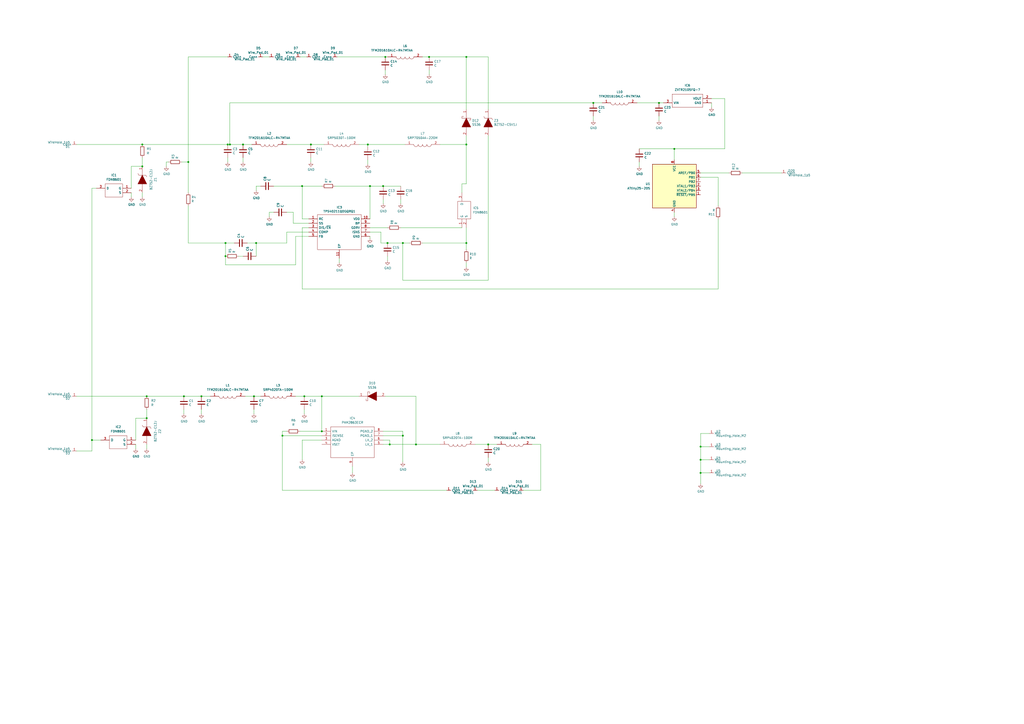
<source format=kicad_sch>
(kicad_sch (version 20211123) (generator eeschema)
  (paper "A2")
  (junction (at 140.97 83.82))
  (junction (at 283.21 257.81))
  (junction (at 241.3 257.81))
  (junction (at 344.17 59.69))
  (junction (at 406.4 274.32))
  (junction (at 148.59 140.97))
  (junction (at 186.69 229.87))
  (junction (at 85.09 229.87))
  (junction (at 214.63 107.95))
  (junction (at 224.79 140.97))
  (junction (at 226.06 257.81))
  (junction (at 176.53 229.87))
  (junction (at 270.51 140.97))
  (junction (at 116.84 229.87))
  (junction (at 186.69 250.19))
  (junction (at 180.34 83.82))
  (junction (at 270.51 33.02))
  (junction (at 406.4 266.7))
  (junction (at 213.36 83.82))
  (junction (at 222.25 107.95))
  (junction (at 133.35 83.82))
  (junction (at 233.68 140.97))
  (junction (at 106.68 229.87))
  (junction (at 248.92 33.02))
  (junction (at 130.81 140.97))
  (junction (at 147.32 229.87))
  (junction (at 82.55 83.82))
  (junction (at 85.09 242.57))
  (junction (at 130.81 148.59))
  (junction (at 132.08 83.82))
  (junction (at 109.22 93.98))
  (junction (at 382.27 59.69))
  (junction (at 223.52 33.02))
  (junction (at 53.34 255.27))
  (junction (at 82.55 96.52))
  (junction (at 233.68 252.73))
  (junction (at 391.16 86.36))
  (junction (at 163.83 252.73))
  (junction (at 175.26 107.95))
  (junction (at 406.4 259.08))
  (junction (at 270.51 83.82))
  (wire (pts (xy 130.81 148.59) (xy 130.81 153.67)))
  (wire (pts (xy 406.4 102.87) (xy 416.56 102.87)))
  (wire (pts (xy 270.51 140.97) (xy 270.51 144.78)))
  (wire (pts (xy 158.75 123.19) (xy 156.21 123.19)))
  (wire (pts (xy 147.32 229.87) (xy 151.13 229.87)))
  (wire (pts (xy 204.47 270.51) (xy 204.47 274.32)))
  (wire (pts (xy 85.09 257.81) (xy 85.09 260.35)))
  (wire (pts (xy 226.06 255.27) (xy 226.06 257.81)))
  (wire (pts (xy 116.84 237.49) (xy 116.84 240.03)))
  (wire (pts (xy 85.09 229.87) (xy 106.68 229.87)))
  (wire (pts (xy 180.34 83.82) (xy 187.96 83.82)))
  (wire (pts (xy 82.55 91.44) (xy 82.55 96.52)))
  (wire (pts (xy 406.4 259.08) (xy 411.48 259.08)))
  (wire (pts (xy 241.3 257.81) (xy 226.06 257.81)))
  (wire (pts (xy 44.45 229.87) (xy 85.09 229.87)))
  (wire (pts (xy 196.85 149.86) (xy 196.85 152.4)))
  (wire (pts (xy 220.98 140.97) (xy 224.79 140.97)))
  (wire (pts (xy 233.68 252.73) (xy 233.68 267.97)))
  (wire (pts (xy 233.68 140.97) (xy 233.68 162.56)))
  (wire (pts (xy 270.51 132.08) (xy 270.51 140.97)))
  (wire (pts (xy 224.79 148.59) (xy 224.79 151.13)))
  (wire (pts (xy 44.45 261.62) (xy 53.34 261.62)))
  (wire (pts (xy 170.18 123.19) (xy 170.18 129.54)))
  (wire (pts (xy 140.97 83.82) (xy 146.05 83.82)))
  (wire (pts (xy 270.51 33.02) (xy 270.51 63.5)))
  (wire (pts (xy 406.4 251.46) (xy 411.48 251.46)))
  (wire (pts (xy 391.16 86.36) (xy 391.16 92.71)))
  (wire (pts (xy 158.75 107.95) (xy 175.26 107.95)))
  (wire (pts (xy 82.55 111.76) (xy 82.55 114.3)))
  (wire (pts (xy 132.08 91.44) (xy 132.08 93.98)))
  (wire (pts (xy 255.27 257.81) (xy 241.3 257.81)))
  (wire (pts (xy 76.2 96.52) (xy 82.55 96.52)))
  (wire (pts (xy 406.4 266.7) (xy 411.48 266.7)))
  (wire (pts (xy 245.11 33.02) (xy 248.92 33.02)))
  (wire (pts (xy 303.53 284.48) (xy 313.69 284.48)))
  (wire (pts (xy 109.22 119.38) (xy 109.22 140.97)))
  (wire (pts (xy 416.56 167.64) (xy 175.26 167.64)))
  (wire (pts (xy 412.75 57.15) (xy 420.37 57.15)))
  (wire (pts (xy 180.34 91.44) (xy 180.34 93.98)))
  (wire (pts (xy 76.2 111.76) (xy 76.2 114.3)))
  (wire (pts (xy 233.68 250.19) (xy 233.68 252.73)))
  (wire (pts (xy 267.97 106.68) (xy 267.97 111.76)))
  (wire (pts (xy 170.18 129.54) (xy 179.07 129.54)))
  (wire (pts (xy 173.99 250.19) (xy 186.69 250.19)))
  (wire (pts (xy 175.26 127) (xy 179.07 127)))
  (wire (pts (xy 270.51 106.68) (xy 267.97 106.68)))
  (wire (pts (xy 370.84 93.98) (xy 370.84 96.52)))
  (wire (pts (xy 186.69 107.95) (xy 175.26 107.95)))
  (wire (pts (xy 313.69 257.81) (xy 308.61 257.81)))
  (wire (pts (xy 412.75 59.69) (xy 412.75 62.23)))
  (wire (pts (xy 430.53 100.33) (xy 453.39 100.33)))
  (wire (pts (xy 166.37 250.19) (xy 163.83 250.19)))
  (wire (pts (xy 226.06 257.81) (xy 222.25 257.81)))
  (wire (pts (xy 53.34 255.27) (xy 58.42 255.27)))
  (wire (pts (xy 406.4 259.08) (xy 406.4 266.7)))
  (wire (pts (xy 420.37 86.36) (xy 391.16 86.36)))
  (wire (pts (xy 406.4 274.32) (xy 411.48 274.32)))
  (wire (pts (xy 133.35 83.82) (xy 140.97 83.82)))
  (wire (pts (xy 175.26 132.08) (xy 179.07 132.08)))
  (wire (pts (xy 222.25 250.19) (xy 233.68 250.19)))
  (wire (pts (xy 406.4 100.33) (xy 422.91 100.33)))
  (wire (pts (xy 406.4 266.7) (xy 406.4 274.32)))
  (wire (pts (xy 106.68 229.87) (xy 116.84 229.87)))
  (wire (pts (xy 76.2 109.22) (xy 76.2 96.52)))
  (wire (pts (xy 406.4 274.32) (xy 406.4 280.67)))
  (wire (pts (xy 175.26 167.64) (xy 175.26 132.08)))
  (wire (pts (xy 130.81 140.97) (xy 130.81 148.59)))
  (wire (pts (xy 166.37 140.97) (xy 148.59 140.97)))
  (wire (pts (xy 109.22 33.02) (xy 109.22 93.98)))
  (wire (pts (xy 179.07 134.62) (xy 166.37 134.62)))
  (wire (pts (xy 105.41 93.98) (xy 109.22 93.98)))
  (wire (pts (xy 283.21 33.02) (xy 270.51 33.02)))
  (wire (pts (xy 140.97 91.44) (xy 140.97 93.98)))
  (wire (pts (xy 237.49 140.97) (xy 233.68 140.97)))
  (wire (pts (xy 166.37 123.19) (xy 170.18 123.19)))
  (wire (pts (xy 82.55 83.82) (xy 132.08 83.82)))
  (wire (pts (xy 44.45 83.82) (xy 82.55 83.82)))
  (wire (pts (xy 214.63 132.08) (xy 224.79 132.08)))
  (wire (pts (xy 275.59 257.81) (xy 283.21 257.81)))
  (wire (pts (xy 283.21 33.02) (xy 283.21 63.5)))
  (wire (pts (xy 382.27 67.31) (xy 382.27 69.85)))
  (wire (pts (xy 220.98 134.62) (xy 220.98 140.97)))
  (wire (pts (xy 166.37 83.82) (xy 180.34 83.82)))
  (wire (pts (xy 195.58 33.02) (xy 223.52 33.02)))
  (wire (pts (xy 53.34 255.27) (xy 53.34 109.22)))
  (wire (pts (xy 313.69 284.48) (xy 313.69 257.81)))
  (wire (pts (xy 344.17 67.31) (xy 344.17 69.85)))
  (wire (pts (xy 420.37 57.15) (xy 420.37 86.36)))
  (wire (pts (xy 391.16 86.36) (xy 370.84 86.36)))
  (wire (pts (xy 406.4 251.46) (xy 406.4 259.08)))
  (wire (pts (xy 132.08 33.02) (xy 109.22 33.02)))
  (wire (pts (xy 270.51 152.4) (xy 270.51 154.94)))
  (wire (pts (xy 194.31 107.95) (xy 214.63 107.95)))
  (wire (pts (xy 416.56 102.87) (xy 416.56 119.38)))
  (wire (pts (xy 232.41 107.95) (xy 222.25 107.95)))
  (wire (pts (xy 176.53 229.87) (xy 186.69 229.87)))
  (wire (pts (xy 283.21 257.81) (xy 288.29 257.81)))
  (wire (pts (xy 78.74 255.27) (xy 78.74 242.57)))
  (wire (pts (xy 132.08 83.82) (xy 133.35 83.82)))
  (wire (pts (xy 151.13 107.95) (xy 148.59 107.95)))
  (wire (pts (xy 214.63 137.16) (xy 214.63 138.43)))
  (wire (pts (xy 171.45 229.87) (xy 176.53 229.87)))
  (wire (pts (xy 391.16 123.19) (xy 391.16 125.73)))
  (wire (pts (xy 171.45 153.67) (xy 171.45 137.16)))
  (wire (pts (xy 140.97 148.59) (xy 138.43 148.59)))
  (wire (pts (xy 176.53 237.49) (xy 176.53 240.03)))
  (wire (pts (xy 245.11 140.97) (xy 270.51 140.97)))
  (wire (pts (xy 163.83 250.19) (xy 163.83 252.73)))
  (wire (pts (xy 148.59 148.59) (xy 148.59 140.97)))
  (wire (pts (xy 222.25 115.57) (xy 222.25 118.11)))
  (wire (pts (xy 382.27 59.69) (xy 384.81 59.69)))
  (wire (pts (xy 241.3 229.87) (xy 241.3 257.81)))
  (wire (pts (xy 214.63 134.62) (xy 220.98 134.62)))
  (wire (pts (xy 270.51 83.82) (xy 270.51 106.68)))
  (wire (pts (xy 175.26 255.27) (xy 175.26 266.7)))
  (wire (pts (xy 109.22 140.97) (xy 130.81 140.97)))
  (wire (pts (xy 248.92 33.02) (xy 270.51 33.02)))
  (wire (pts (xy 166.37 134.62) (xy 166.37 140.97)))
  (wire (pts (xy 175.26 107.95) (xy 175.26 127)))
  (wire (pts (xy 213.36 83.82) (xy 208.28 83.82)))
  (wire (pts (xy 148.59 107.95) (xy 148.59 110.49)))
  (wire (pts (xy 96.52 93.98) (xy 96.52 96.52)))
  (wire (pts (xy 171.45 137.16) (xy 179.07 137.16)))
  (wire (pts (xy 156.21 123.19) (xy 156.21 125.73)))
  (wire (pts (xy 148.59 140.97) (xy 143.51 140.97)))
  (wire (pts (xy 163.83 284.48) (xy 163.83 252.73)))
  (wire (pts (xy 222.25 252.73) (xy 233.68 252.73)))
  (wire (pts (xy 232.41 115.57) (xy 232.41 118.11)))
  (wire (pts (xy 133.35 59.69) (xy 344.17 59.69)))
  (wire (pts (xy 213.36 83.82) (xy 213.36 85.09)))
  (wire (pts (xy 174.1262 33.02) (xy 177.9362 33.02)))
  (wire (pts (xy 416.56 127) (xy 416.56 167.64)))
  (wire (pts (xy 116.84 229.87) (xy 121.92 229.87)))
  (wire (pts (xy 213.36 92.71) (xy 213.36 95.25)))
  (wire (pts (xy 223.52 40.64) (xy 223.52 43.18)))
  (wire (pts (xy 276.86 284.48) (xy 287.02 284.48)))
  (wire (pts (xy 186.69 250.19) (xy 186.69 229.87)))
  (wire (pts (xy 232.41 132.08) (xy 267.97 132.08)))
  (wire (pts (xy 53.34 261.62) (xy 53.34 255.27)))
  (wire (pts (xy 234.95 83.82) (xy 213.36 83.82)))
  (wire (pts (xy 78.74 257.81) (xy 78.74 260.35)))
  (wire (pts (xy 142.24 229.87) (xy 147.32 229.87)))
  (wire (pts (xy 97.79 93.98) (xy 96.52 93.98)))
  (wire (pts (xy 152.4 33.02) (xy 156.21 33.02)))
  (wire (pts (xy 53.34 109.22) (xy 55.88 109.22)))
  (wire (pts (xy 344.17 59.69) (xy 349.25 59.69)))
  (wire (pts (xy 233.68 162.56) (xy 283.21 162.56)))
  (wire (pts (xy 248.92 40.64) (xy 248.92 43.18)))
  (wire (pts (xy 283.21 265.43) (xy 283.21 267.97)))
  (wire (pts (xy 223.52 33.02) (xy 224.79 33.02)))
  (wire (pts (xy 223.52 229.87) (xy 241.3 229.87)))
  (wire (pts (xy 147.32 237.49) (xy 147.32 240.03)))
  (wire (pts (xy 78.74 242.57) (xy 85.09 242.57)))
  (wire (pts (xy 133.35 59.69) (xy 133.35 83.82)))
  (wire (pts (xy 283.21 162.56) (xy 283.21 78.74)))
  (wire (pts (xy 233.68 140.97) (xy 224.79 140.97)))
  (wire (pts (xy 109.22 93.98) (xy 109.22 111.76)))
  (wire (pts (xy 175.26 255.27) (xy 186.69 255.27)))
  (wire (pts (xy 259.08 284.48) (xy 163.83 284.48)))
  (wire (pts (xy 255.27 83.82) (xy 270.51 83.82)))
  (wire (pts (xy 130.81 153.67) (xy 171.45 153.67)))
  (wire (pts (xy 135.89 140.97) (xy 130.81 140.97)))
  (wire (pts (xy 163.83 252.73) (xy 186.69 252.73)))
  (wire (pts (xy 222.25 255.27) (xy 226.06 255.27)))
  (wire (pts (xy 106.68 237.49) (xy 106.68 240.03)))
  (wire (pts (xy 85.09 237.49) (xy 85.09 242.57)))
  (wire (pts (xy 214.63 127) (xy 214.63 107.95)))
  (wire (pts (xy 186.69 229.87) (xy 208.28 229.87)))
  (wire (pts (xy 369.57 59.69) (xy 382.27 59.69)))
  (wire (pts (xy 270.51 83.82) (xy 270.51 78.74)))
  (wire (pts (xy 214.63 107.95) (xy 222.25 107.95)))
  (symbol (lib_id "Main_PCB_001-rescue:TPS40211QDGQRQ1-TPS40211QDGQRQ1") (at 179.07 127 0) (unit 1)
    (property "Reference" "IC3" (at 196.85 120.269 0))
    (property "Value" "TPS40211QDGQRQ1" (at 196.85 122.5804 0))
    (property "Footprint" "libraries:SOP50P490X110-11N" (effects hide))
    (property "Datasheet" "http://www.ti.com/lit/gpn/tps40211-q1" (effects hide))
    (property "Description" "4.5V to 52V Wide Input range current mode boost controller with 260 mV reference voltage" (effects hide))
    (property "Height" "1.1" (effects hide))
    (property "Manufacturer_Name" "Texas Instruments" (effects hide))
    (property "Manufacturer_Part_Number" "TPS40211QDGQRQ1" (effects hide))
    (property "Mouser Part Number" "595-TPS40211QDGQRQ1" (effects hide))
    (property "Mouser Price/Stock" "https://www.mouser.co.uk/ProductDetail/Texas-Instruments/TPS40211QDGQRQ1?qs=XGzIaZb%2FFYKjJ5OLwHPUhQ%3D%3D" (effects hide))
    (property "Arrow Part Number" "TPS40211QDGQRQ1" (effects hide))
    (property "Arrow Price/Stock" "https://www.arrow.com/en/products/tps40211qdgqrq1/texas-instruments?region=nac" (effects hide))
  )
  (symbol (lib_id "Device:R") (at 109.22 115.57 0) (unit 1)
    (property "Reference" "R4" (at 110.998 114.4016 0) (effects (justify left)))
    (property "Value" "R" (at 110.998 116.713 0) (effects (justify left)))
    (property "Footprint" "Resistor_SMD:R_0603_1608Metric_Pad0.98x0.95mm_HandSolder" (effects hide))
  )
  (symbol (lib_id "Device:R") (at 101.6 93.98 90) (unit 1)
    (property "Reference" "R3" (at 100.4316 92.202 0) (effects (justify left)))
    (property "Value" "R" (at 102.743 92.202 0) (effects (justify left)))
    (property "Footprint" "Resistor_SMD:R_1206_3216Metric_Pad1.30x1.75mm_HandSolder" (effects hide))
  )
  (symbol (lib_id "Device:R") (at 228.6 132.08 90) (unit 1)
    (property "Reference" "R8" (at 227.4316 130.302 0) (effects (justify left)))
    (property "Value" "R" (at 229.743 130.302 0) (effects (justify left)))
    (property "Footprint" "Resistor_SMD:R_0603_1608Metric_Pad0.98x0.95mm_HandSolder" (effects hide))
  )
  (symbol (lib_id "Device:R") (at 241.3 140.97 90) (unit 1)
    (property "Reference" "R9" (at 240.1316 139.192 0) (effects (justify left)))
    (property "Value" "R" (at 242.443 139.192 0) (effects (justify left)))
    (property "Footprint" "Resistor_SMD:R_0603_1608Metric_Pad0.98x0.95mm_HandSolder" (effects hide))
  )
  (symbol (lib_id "Device:R") (at 190.5 107.95 90) (unit 1)
    (property "Reference" "R7" (at 189.3316 106.172 0) (effects (justify left)))
    (property "Value" "R" (at 191.643 106.172 0) (effects (justify left)))
    (property "Footprint" "Resistor_SMD:R_0603_1608Metric_Pad0.98x0.95mm_HandSolder" (effects hide))
  )
  (symbol (lib_id "Device:R") (at 270.51 148.59 0) (unit 1)
    (property "Reference" "R10" (at 272.288 147.4216 0) (effects (justify left)))
    (property "Value" "R" (at 272.288 149.733 0) (effects (justify left)))
    (property "Footprint" "Resistor_SMD:R_0603_1608Metric_Pad0.98x0.95mm_HandSolder" (effects hide))
  )
  (symbol (lib_id "Device:C") (at 144.78 148.59 90) (unit 1)
    (property "Reference" "C6" (at 143.6116 145.669 0) (effects (justify left)))
    (property "Value" "C" (at 145.923 145.669 0) (effects (justify left)))
    (property "Footprint" "Capacitor_SMD:C_0603_1608Metric_Pad1.08x0.95mm_HandSolder" (effects hide))
  )
  (symbol (lib_id "Device:R") (at 134.62 148.59 90) (unit 1)
    (property "Reference" "R5" (at 133.4516 146.812 0) (effects (justify left)))
    (property "Value" "R" (at 135.763 146.812 0) (effects (justify left)))
    (property "Footprint" "Resistor_SMD:R_0603_1608Metric_Pad0.98x0.95mm_HandSolder" (effects hide))
  )
  (symbol (lib_id "Device:C") (at 154.94 107.95 90) (unit 1)
    (property "Reference" "C8" (at 153.7716 105.029 0) (effects (justify left)))
    (property "Value" "C" (at 156.083 105.029 0) (effects (justify left)))
    (property "Footprint" "Capacitor_SMD:C_0603_1608Metric_Pad1.08x0.95mm_HandSolder" (effects hide))
  )
  (symbol (lib_id "Device:C") (at 222.25 111.76 0) (unit 1)
    (property "Reference" "C13" (at 225.171 110.5916 0) (effects (justify left)))
    (property "Value" "C" (at 225.171 112.903 0) (effects (justify left)))
    (property "Footprint" "Capacitor_SMD:C_0805_2012Metric_Pad1.18x1.45mm_HandSolder" (effects hide))
  )
  (symbol (lib_id "Device:C") (at 232.41 111.76 0) (unit 1)
    (property "Reference" "C16" (at 235.331 110.5916 0) (effects (justify left)))
    (property "Value" "C" (at 235.331 112.903 0) (effects (justify left)))
    (property "Footprint" "Capacitor_SMD:C_0603_1608Metric_Pad1.08x0.95mm_HandSolder" (effects hide))
  )
  (symbol (lib_id "Device:C") (at 139.7 140.97 90) (unit 1)
    (property "Reference" "C4" (at 138.5316 138.049 0) (effects (justify left)))
    (property "Value" "C" (at 140.843 138.049 0) (effects (justify left)))
    (property "Footprint" "Capacitor_SMD:C_0603_1608Metric_Pad1.08x0.95mm_HandSolder" (effects hide))
  )
  (symbol (lib_id "Device:C") (at 162.56 123.19 90) (unit 1)
    (property "Reference" "C9" (at 161.3916 120.269 0) (effects (justify left)))
    (property "Value" "C" (at 163.703 120.269 0) (effects (justify left)))
    (property "Footprint" "Capacitor_SMD:C_0603_1608Metric_Pad1.08x0.95mm_HandSolder" (effects hide))
  )
  (symbol (lib_id "Device:C") (at 224.79 144.78 0) (unit 1)
    (property "Reference" "C15" (at 227.711 143.6116 0) (effects (justify left)))
    (property "Value" "C" (at 227.711 145.923 0) (effects (justify left)))
    (property "Footprint" "Capacitor_SMD:C_0603_1608Metric_Pad1.08x0.95mm_HandSolder" (effects hide))
  )
  (symbol (lib_id "power:GND") (at 232.41 118.11 0) (unit 1)
    (property "Reference" "#PWR023" (effects hide))
    (property "Value" "GND" (at 232.537 122.5042 0))
  )
  (symbol (lib_id "power:GND") (at 222.25 118.11 0) (unit 1)
    (property "Reference" "#PWR020" (effects hide))
    (property "Value" "GND" (at 222.377 122.5042 0))
  )
  (symbol (lib_id "power:GND") (at 214.63 138.43 0) (unit 1)
    (property "Reference" "#PWR019" (effects hide))
    (property "Value" "GND" (at 214.757 142.8242 0))
  )
  (symbol (lib_id "power:GND") (at 196.85 152.4 0) (unit 1)
    (property "Reference" "#PWR016" (effects hide))
    (property "Value" "GND" (at 196.977 156.7942 0))
  )
  (symbol (lib_id "power:GND") (at 270.51 154.94 0) (unit 1)
    (property "Reference" "#PWR028" (effects hide))
    (property "Value" "GND" (at 270.637 159.3342 0))
  )
  (symbol (lib_id "power:GND") (at 96.52 96.52 0) (unit 1)
    (property "Reference" "#PWR05" (effects hide))
    (property "Value" "GND" (at 96.647 100.9142 0))
  )
  (symbol (lib_id "power:GND") (at 148.59 110.49 0) (unit 1)
    (property "Reference" "#PWR011" (effects hide))
    (property "Value" "GND" (at 148.717 114.8842 0))
  )
  (symbol (lib_id "power:GND") (at 156.21 125.73 0) (unit 1)
    (property "Reference" "#PWR012" (effects hide))
    (property "Value" "GND" (at 156.337 130.1242 0))
  )
  (symbol (lib_id "power:GND") (at 224.79 151.13 0) (unit 1)
    (property "Reference" "#PWR022" (effects hide))
    (property "Value" "GND" (at 224.917 155.5242 0))
  )
  (symbol (lib_id "SS36:SS36") (at 270.51 60.96 270) (unit 1)
    (property "Reference" "D12" (at 273.812 69.9516 90) (effects (justify left)))
    (property "Value" "SS36" (at 273.812 72.263 90) (effects (justify left)))
    (property "Footprint" "libraries:SODFL4626X120N" (effects hide))
    (property "Datasheet" "https://docs.rs-online.com/a290/0900766b8002669b.pdf" (effects hide))
    (property "Description" "Rectifier Diode, Schottky, 60 Volt, DO-214AB / SMC" (effects hide))
    (property "Height" "2.62" (effects hide))
    (property "Manufacturer_Name" "Vishay" (effects hide))
    (property "Manufacturer_Part_Number" "SS36" (effects hide))
  )
  (symbol (lib_id "Main_PCB_001-rescue:BZT52-C5V1J-BZT52-C5V1J") (at 283.21 63.5 270) (unit 1)
    (property "Reference" "Z3" (at 286.512 69.9516 90) (effects (justify left)))
    (property "Value" "BZT52-C5V1J" (at 286.512 72.263 90) (effects (justify left)))
    (property "Footprint" "libraries:SOD3616X130N" (effects hide))
    (property "Datasheet" "https://assets.nexperia.com/documents/data-sheet/BZT52_SER.pdf" (effects hide))
    (property "Description" "Zener Diodes BZT52-C5V1/SOD123 SOD2" (effects hide))
    (property "Height" "1.3" (effects hide))
    (property "Manufacturer_Name" "Nexperia" (effects hide))
    (property "Manufacturer_Part_Number" "BZT52-C5V1J" (effects hide))
    (property "Mouser Part Number" "N/A" (effects hide))
    (property "Mouser Price/Stock" "https://www.mouser.com/Search/Refine.aspx?Keyword=N%2FA" (effects hide))
    (property "Arrow Part Number" "BZT52-C5V1J" (effects hide))
    (property "Arrow Price/Stock" "https://www.arrow.com/en/products/bzt52-c5v1j/nexperia" (effects hide))
  )
  (symbol (lib_id "SRP7050AA-220M:SRP7050AA-220M") (at 234.95 83.82 0) (unit 1)
    (property "Reference" "L7" (at 245.11 77.47 0))
    (property "Value" "SRP7050AA-220M" (at 245.11 80.01 0))
    (property "Footprint" "libraries:INDPM7366X500N" (effects hide))
    (property "Datasheet" "https://www.bourns.com/docs/Product-Datasheets/SRP7050AA.pdf" (effects hide))
    (property "Description" "Shielded Power Inductor 22uH" (effects hide))
    (property "Height" "5" (effects hide))
    (property "Manufacturer_Name" "Bourns" (effects hide))
    (property "Manufacturer_Part_Number" "SRP7050AA-220M" (effects hide))
    (property "Mouser Part Number" "652-SRP7050AA-220M" (effects hide))
    (property "Mouser Price/Stock" "https://www.mouser.co.uk/ProductDetail/Bourns/SRP7050AA-220M?qs=CiayqK2gdcLzSCtuPAylpQ%3D%3D" (effects hide))
  )
  (symbol (lib_id "Device:C") (at 223.52 36.83 0) (unit 1)
    (property "Reference" "C14" (at 226.441 35.6616 0) (effects (justify left)))
    (property "Value" "C" (at 226.441 37.973 0) (effects (justify left)))
    (property "Footprint" "Capacitor_SMD:C_0603_1608Metric_Pad1.08x0.95mm_HandSolder" (effects hide))
  )
  (symbol (lib_id "Device:R") (at 85.09 233.68 0) (unit 1)
    (property "Reference" "R2" (at 87.63 232.4099 0) (effects (justify left)))
    (property "Value" "R" (at 87.63 234.9499 0) (effects (justify left)))
    (property "Footprint" "Resistor_SMD:R_0603_1608Metric_Pad0.98x0.95mm_HandSolder" (effects hide))
  )
  (symbol (lib_id "ZXTR2105FQ-7:ZXTR2105FQ-7") (at 412.75 59.69 180) (unit 1)
    (property "Reference" "IC6" (at 398.78 49.53 0))
    (property "Value" "ZXTR2105FQ-7" (at 398.78 52.07 0))
    (property "Footprint" "libraries:SOT96P240X110-3N" (effects hide))
    (property "Datasheet" "https://www.diodes.com/assets/Datasheets/ZXTR2105F.pdf" (effects hide))
    (property "Description" "Linear Voltage Regulators Transistor Array" (effects hide))
    (property "Height" "1.1" (effects hide))
    (property "Manufacturer_Name" "Diodes Inc." (effects hide))
    (property "Manufacturer_Part_Number" "ZXTR2105FQ-7" (effects hide))
    (property "Mouser Part Number" "621-ZXTR2105FQ-7" (effects hide))
    (property "Mouser Price/Stock" "https://www.mouser.co.uk/ProductDetail/Diodes-Incorporated/ZXTR2105FQ-7?qs=4EhzHfbM1GhWfAX%2FiWltGQ%3D%3D" (effects hide))
    (property "Arrow Part Number" "ZXTR2105FQ-7" (effects hide))
    (property "Arrow Price/Stock" "https://www.arrow.com/en/products/zxtr2105fq-7/diodes-incorporated?region=nac" (effects hide))
  )
  (symbol (lib_id "TFM201610ALC-R47MTAA:TFM201610ALC-R47MTAA") (at 146.05 83.82 0) (unit 1)
    (property "Reference" "L2" (at 156.21 77.47 0))
    (property "Value" "TFM201610ALC-R47MTAA" (at 156.21 80.01 0))
    (property "Footprint" "libraries:INDC2016X80N" (effects hide))
    (property "Datasheet" "https://datasheet.datasheetarchive.com/originals/distributors/DKDS41/DSANUWW0039576.pdf" (effects hide))
    (property "Description" "Inductors for Power Circuits, for Consumer, Thin Film Metal, TFM201610ALC ,-40 to +125" (effects hide))
    (property "Height" "0.8" (effects hide))
    (property "Manufacturer_Name" "TDK" (effects hide))
    (property "Manufacturer_Part_Number" "TFM201610ALC-R47MTAA" (effects hide))
    (property "Mouser Part Number" "810-TFM201610ALCR47M" (effects hide))
    (property "Mouser Price/Stock" "https://www.mouser.co.uk/ProductDetail/TDK/TFM201610ALC-R47MTAA?qs=MLItCLRbWsy9rkE7tyNMeg%3D%3D" (effects hide))
    (property "Arrow Part Number" "TFM201610ALC-R47MTAA" (effects hide))
    (property "Arrow Price/Stock" "https://www.arrow.com/en/products/tfm201610alc-r47mtaa/tdk" (effects hide))
  )
  (symbol (lib_id "Mounting_Holes:Mounting_Hole_M2") (at 414.02 259.08 0) (unit 1)
    (property "Reference" "U3" (at 415.29 257.8099 0) (effects (justify left)))
    (property "Value" "Mounting_Hole_M2" (at 415.29 260.3499 0) (effects (justify left)))
    (property "Footprint" "mount_holes:Hole_screw_M2" (effects hide))
  )
  (symbol (lib_id "Device:C") (at 116.84 233.68 0) (unit 1)
    (property "Reference" "C2" (at 119.761 232.5116 0) (effects (justify left)))
    (property "Value" "C" (at 119.761 234.823 0) (effects (justify left)))
    (property "Footprint" "Capacitor_SMD:C_0603_1608Metric_Pad1.08x0.95mm_HandSolder" (effects hide))
  )
  (symbol (lib_id "PAM2863ECR:PAM2863ECR") (at 186.69 250.19 0) (unit 1)
    (property "Reference" "IC4" (at 204.47 242.57 0))
    (property "Value" "PAM2863ECR" (at 204.47 245.11 0))
    (property "Footprint" "libraries:SOIC127P600X175-9N" (effects hide))
    (property "Datasheet" "https://componentsearchengine.com/Datasheets/1/PAM2863ECR.pdf" (effects hide))
    (property "Description" "Step-down LED Driver 1MHz 40V 2A SOP-8EP DiodesZetex PAM2863ECR LED Driver IC, 4.5  40 V dc 2A 8-Pin SOP" (effects hide))
    (property "Height" "1.75" (effects hide))
    (property "Manufacturer_Name" "Diodes Inc." (effects hide))
    (property "Manufacturer_Part_Number" "PAM2863ECR" (effects hide))
    (property "Mouser Part Number" "621-PAM2863ECR" (effects hide))
    (property "Mouser Price/Stock" "https://www.mouser.co.uk/ProductDetail/Diodes-Incorporated/PAM2863ECR?qs=pYVYkI7xuRXLW6Fe66wa3w%3D%3D" (effects hide))
    (property "Arrow Part Number" "PAM2863ECR" (effects hide))
    (property "Arrow Price/Stock" "https://www.arrow.com/en/products/pam2863ecr/diodes-incorporated" (effects hide))
  )
  (symbol (lib_id "Connectors_for_Wire:Wire_Pad_01") (at 303.53 284.48 0) (mirror y) (unit 1)
    (property "Reference" "D15" (at 300.99 279.4 0))
    (property "Value" "Wire_Pad_01" (at 300.99 281.94 0))
    (property "Footprint" "libraries:Wire_Pad_01" (effects hide))
  )
  (symbol (lib_id "FDN8601:FDN8601") (at 78.74 255.27 0) (mirror y) (unit 1)
    (property "Reference" "IC2" (at 68.58 247.65 0))
    (property "Value" "FDN8601" (at 68.58 250.19 0))
    (property "Footprint" "libraries:SOT95P251X112-3N" (effects hide))
    (property "Datasheet" "https://www.onsemi.com/pub/Collateral/FDN8601-D.pdf" (effects hide))
    (property "Description" "FDN8601, N-channel MOSFET Transistor, 2.7 A 100 V, 3-Pin SuperSOT3" (effects hide))
    (property "Height" "1.12" (effects hide))
    (property "Manufacturer_Name" "ON Semiconductor" (effects hide))
    (property "Manufacturer_Part_Number" "FDN8601" (effects hide))
    (property "Mouser Part Number" "512-FDN8601" (effects hide))
    (property "Mouser Price/Stock" "https://www.mouser.co.uk/ProductDetail/ON-Semiconductor-Fairchild/FDN8601?qs=GCVmsggAYMQxsrEidktdfA%3D%3D" (effects hide))
    (property "Arrow Part Number" "FDN8601" (effects hide))
    (property "Arrow Price/Stock" "https://www.arrow.com/en/products/fdn8601/on-semiconductor" (effects hide))
  )
  (symbol (lib_id "power:GND") (at 223.52 43.18 0) (unit 1)
    (property "Reference" "#PWR021" (effects hide))
    (property "Value" "GND" (at 223.647 47.5742 0))
  )
  (symbol (lib_id "Device:C") (at 370.84 90.17 0) (unit 1)
    (property "Reference" "C22" (at 373.761 89.0016 0) (effects (justify left)))
    (property "Value" "C" (at 373.761 91.313 0) (effects (justify left)))
    (property "Footprint" "Capacitor_SMD:C_0603_1608Metric_Pad1.08x0.95mm_HandSolder" (effects hide))
  )
  (symbol (lib_id "FDN8601:FDN8601") (at 76.2 109.22 0) (mirror y) (unit 1)
    (property "Reference" "IC1" (at 66.04 101.6 0))
    (property "Value" "FDN8601" (at 66.04 104.14 0))
    (property "Footprint" "libraries:SOT95P251X112-3N" (effects hide))
    (property "Datasheet" "https://www.onsemi.com/pub/Collateral/FDN8601-D.pdf" (effects hide))
    (property "Description" "FDN8601, N-channel MOSFET Transistor, 2.7 A 100 V, 3-Pin SuperSOT3" (effects hide))
    (property "Height" "1.12" (effects hide))
    (property "Manufacturer_Name" "ON Semiconductor" (effects hide))
    (property "Manufacturer_Part_Number" "FDN8601" (effects hide))
    (property "Mouser Part Number" "512-FDN8601" (effects hide))
    (property "Mouser Price/Stock" "https://www.mouser.co.uk/ProductDetail/ON-Semiconductor-Fairchild/FDN8601?qs=GCVmsggAYMQxsrEidktdfA%3D%3D" (effects hide))
    (property "Arrow Part Number" "FDN8601" (effects hide))
    (property "Arrow Price/Stock" "https://www.arrow.com/en/products/fdn8601/on-semiconductor" (effects hide))
  )
  (symbol (lib_id "power:GND") (at 412.75 62.23 0) (unit 1)
    (property "Reference" "#PWR035" (effects hide))
    (property "Value" "GND" (at 412.877 66.6242 0))
  )
  (symbol (lib_id "SRP4020TA-100M:SRP4020TA-100M") (at 151.13 229.87 0) (unit 1)
    (property "Reference" "L3" (at 161.29 223.52 0))
    (property "Value" "SRP4020TA-100M" (at 161.29 226.06 0))
    (property "Footprint" "libraries:INDPM4441X200N" (effects hide))
    (property "Datasheet" "http://www.bourns.com/docs/Product-Datasheets/SRP4020TA.pdf" (effects hide))
    (property "Description" "Bourns SRP4020TA Series Shielded Wire-wound SMD Inductor with a Carbonyl Powder Core, 10 uH +/-20% 1.8A Idc" (effects hide))
    (property "Height" "2" (effects hide))
    (property "Manufacturer_Name" "Bourns" (effects hide))
    (property "Manufacturer_Part_Number" "SRP4020TA-100M" (effects hide))
    (property "Mouser Part Number" "652-SRP4020TA-100M" (effects hide))
    (property "Mouser Price/Stock" "https://www.mouser.co.uk/ProductDetail/Bourns/SRP4020TA-100M?qs=Ph8%2FHnX6CQx3wposaLflWQ%3D%3D" (effects hide))
    (property "Arrow Part Number" "SRP4020TA-100M" (effects hide))
    (property "Arrow Price/Stock" "https://www.arrow.com/en/products/srp4020ta-100m/bourns?region=nac" (effects hide))
  )
  (symbol (lib_id "power:GND") (at 116.84 240.03 0) (unit 1)
    (property "Reference" "#PWR07" (effects hide))
    (property "Value" "GND" (at 116.967 244.4242 0))
  )
  (symbol (lib_id "power:GND") (at 283.21 267.97 0) (unit 1)
    (property "Reference" "#PWR029" (effects hide))
    (property "Value" "GND" (at 283.337 272.3642 0))
  )
  (symbol (lib_id "power:GND") (at 344.17 69.85 0) (unit 1)
    (property "Reference" "#PWR030" (effects hide))
    (property "Value" "GND" (at 344.297 74.2442 0))
  )
  (symbol (lib_id "Mounting_Holes:Mounting_Hole_M2") (at 414.02 274.32 0) (unit 1)
    (property "Reference" "U5" (at 415.29 273.0499 0) (effects (justify left)))
    (property "Value" "Mounting_Hole_M2" (at 415.29 275.5899 0) (effects (justify left)))
    (property "Footprint" "mount_holes:Hole_screw_M2" (effects hide))
  )
  (symbol (lib_id "Device:C") (at 140.97 87.63 0) (unit 1)
    (property "Reference" "C5" (at 143.891 86.4616 0) (effects (justify left)))
    (property "Value" "C" (at 143.891 88.773 0) (effects (justify left)))
    (property "Footprint" "Capacitor_SMD:C_0603_1608Metric" (effects hide))
  )
  (symbol (lib_id "TFM201610ALC-R47MTAA:TFM201610ALC-R47MTAA") (at 288.29 257.81 0) (unit 1)
    (property "Reference" "L9" (at 298.45 251.46 0))
    (property "Value" "TFM201610ALC-R47MTAA" (at 298.45 254 0))
    (property "Footprint" "libraries:INDC2016X80N" (effects hide))
    (property "Datasheet" "https://datasheet.datasheetarchive.com/originals/distributors/DKDS41/DSANUWW0039576.pdf" (effects hide))
    (property "Description" "Inductors for Power Circuits, for Consumer, Thin Film Metal, TFM201610ALC ,-40 to +125" (effects hide))
    (property "Height" "0.8" (effects hide))
    (property "Manufacturer_Name" "TDK" (effects hide))
    (property "Manufacturer_Part_Number" "TFM201610ALC-R47MTAA" (effects hide))
    (property "Mouser Part Number" "810-TFM201610ALCR47M" (effects hide))
    (property "Mouser Price/Stock" "https://www.mouser.co.uk/ProductDetail/TDK/TFM201610ALC-R47MTAA?qs=MLItCLRbWsy9rkE7tyNMeg%3D%3D" (effects hide))
    (property "Arrow Part Number" "TFM201610ALC-R47MTAA" (effects hide))
    (property "Arrow Price/Stock" "https://www.arrow.com/en/products/tfm201610alc-r47mtaa/tdk" (effects hide))
  )
  (symbol (lib_id "Device:C") (at 213.36 88.9 0) (unit 1)
    (property "Reference" "C12" (at 216.281 87.7316 0) (effects (justify left)))
    (property "Value" "C" (at 216.281 90.043 0) (effects (justify left)))
    (property "Footprint" "Capacitor_SMD:C_1206_3216Metric_Pad1.33x1.80mm_HandSolder" (effects hide))
  )
  (symbol (lib_id "Device:C") (at 283.21 261.62 0) (unit 1)
    (property "Reference" "C20" (at 286.131 260.4516 0) (effects (justify left)))
    (property "Value" "C" (at 286.131 262.763 0) (effects (justify left)))
    (property "Footprint" "Capacitor_SMD:C_0603_1608Metric_Pad1.08x0.95mm_HandSolder" (effects hide))
  )
  (symbol (lib_id "FDN8601:FDN8601") (at 267.97 132.08 90) (unit 1)
    (property "Reference" "IC5" (at 274.32 120.6499 90) (effects (justify right)))
    (property "Value" "FDN8601" (at 274.32 123.1899 90) (effects (justify right)))
    (property "Footprint" "libraries:SOT95P251X112-3N" (effects hide))
    (property "Datasheet" "https://www.onsemi.com/pub/Collateral/FDN8601-D.pdf" (effects hide))
    (property "Description" "FDN8601, N-channel MOSFET Transistor, 2.7 A 100 V, 3-Pin SuperSOT3" (effects hide))
    (property "Height" "1.12" (effects hide))
    (property "Manufacturer_Name" "ON Semiconductor" (effects hide))
    (property "Manufacturer_Part_Number" "FDN8601" (effects hide))
    (property "Mouser Part Number" "512-FDN8601" (effects hide))
    (property "Mouser Price/Stock" "https://www.mouser.co.uk/ProductDetail/ON-Semiconductor-Fairchild/FDN8601?qs=GCVmsggAYMQxsrEidktdfA%3D%3D" (effects hide))
    (property "Arrow Part Number" "FDN8601" (effects hide))
    (property "Arrow Price/Stock" "https://www.arrow.com/en/products/fdn8601/on-semiconductor" (effects hide))
  )
  (symbol (lib_id "Connectors_for_Wire:WireHole_1p5") (at 44.45 83.82 180) (unit 1)
    (property "Reference" "D1" (at 40.64 85.0901 0) (effects (justify left)))
    (property "Value" "WireHole_1p5" (at 40.64 82.5501 0) (effects (justify left)))
    (property "Footprint" "libraries:WireHole_1p5" (effects hide))
  )
  (symbol (lib_id "Mounting_Holes:Mounting_Hole_M2") (at 414.02 251.46 0) (unit 1)
    (property "Reference" "U2" (at 415.29 250.1899 0) (effects (justify left)))
    (property "Value" "Mounting_Hole_M2" (at 415.29 252.7299 0) (effects (justify left)))
    (property "Footprint" "mount_holes:Hole_screw_M2" (effects hide))
  )
  (symbol (lib_id "power:GND") (at 370.84 96.52 0) (unit 1)
    (property "Reference" "#PWR031" (effects hide))
    (property "Value" "GND" (at 370.967 100.9142 0))
  )
  (symbol (lib_id "Device:R") (at 416.56 123.19 180) (unit 1)
    (property "Reference" "R11" (at 414.782 124.3584 0) (effects (justify left)))
    (property "Value" "R" (at 414.782 122.047 0) (effects (justify left)))
    (property "Footprint" "Resistor_SMD:R_0603_1608Metric_Pad0.98x0.95mm_HandSolder" (effects hide))
  )
  (symbol (lib_id "Device:C") (at 180.34 87.63 0) (unit 1)
    (property "Reference" "C11" (at 183.261 86.4616 0) (effects (justify left)))
    (property "Value" "C" (at 183.261 88.773 0) (effects (justify left)))
    (property "Footprint" "Capacitor_SMD:C_0603_1608Metric_Pad1.08x0.95mm_HandSolder" (effects hide))
  )
  (symbol (lib_id "Device:R") (at 170.18 250.19 90) (unit 1)
    (property "Reference" "R6" (at 170.18 243.84 90))
    (property "Value" "R" (at 170.18 246.38 90))
    (property "Footprint" "Resistor_SMD:R_1206_3216Metric_Pad1.30x1.75mm_HandSolder" (effects hide))
  )
  (symbol (lib_id "Connectors_for_Wire:Wire_Pad_01") (at 276.86 284.48 0) (mirror y) (unit 1)
    (property "Reference" "D13" (at 274.32 279.4 0))
    (property "Value" "Wire_Pad_01" (at 274.32 281.94 0))
    (property "Footprint" "libraries:Wire_Pad_01" (effects hide))
  )
  (symbol (lib_id "BZT52-C12J:BZT52-C12J") (at 85.09 242.57 270) (unit 1)
    (property "Reference" "Z2" (at 92.71 250.19 0))
    (property "Value" "BZT52-C12J" (at 90.17 250.19 0))
    (property "Footprint" "libraries:BZT52C12J" (effects hide))
    (property "Datasheet" "https://assets.nexperia.com/documents/data-sheet/BZT52_SER.pdf" (effects hide))
    (property "Description" "Zener Diodes BZT52-C12/SOD123/SOD2" (effects hide))
    (property "Height" "1.3" (effects hide))
    (property "Manufacturer_Name" "Nexperia" (effects hide))
    (property "Manufacturer_Part_Number" "BZT52-C12J" (effects hide))
    (property "Mouser Part Number" "N/A" (effects hide))
    (property "Mouser Price/Stock" "https://www.mouser.com/Search/Refine.aspx?Keyword=N%2FA" (effects hide))
    (property "Arrow Part Number" "BZT52-C12J" (effects hide))
    (property "Arrow Price/Stock" "https://www.arrow.com/en/products/bzt52-c12j/nexperia" (effects hide))
  )
  (symbol (lib_id "power:GND") (at 82.55 114.3 0) (unit 1)
    (property "Reference" "#PWR03" (effects hide))
    (property "Value" "GND" (at 82.677 118.6942 0))
  )
  (symbol (lib_id "Device:C") (at 344.17 63.5 0) (unit 1)
    (property "Reference" "C21" (at 347.091 62.3316 0) (effects (justify left)))
    (property "Value" "C" (at 347.091 64.643 0) (effects (justify left)))
    (property "Footprint" "Capacitor_SMD:C_1812_4532Metric_Pad1.57x3.40mm_HandSolder" (effects hide))
  )
  (symbol (lib_id "Device:R") (at 82.55 87.63 0) (unit 1)
    (property "Reference" "R1" (at 85.09 86.3599 0) (effects (justify left)))
    (property "Value" "R" (at 85.09 88.8999 0) (effects (justify left)))
    (property "Footprint" "Resistor_SMD:R_0603_1608Metric_Pad0.98x0.95mm_HandSolder" (effects hide))
  )
  (symbol (lib_id "Device:R") (at 426.72 100.33 90) (unit 1)
    (property "Reference" "R12" (at 425.5516 98.552 0) (effects (justify left)))
    (property "Value" "R" (at 427.863 98.552 0) (effects (justify left)))
    (property "Footprint" "Resistor_SMD:R_0603_1608Metric_Pad0.98x0.95mm_HandSolder" (effects hide))
  )
  (symbol (lib_id "Device:C") (at 248.92 36.83 0) (unit 1)
    (property "Reference" "C17" (at 251.841 35.6616 0) (effects (justify left)))
    (property "Value" "C" (at 251.841 37.973 0) (effects (justify left)))
    (property "Footprint" "Capacitor_SMD:C_1206_3216Metric_Pad1.33x1.80mm_HandSolder" (effects hide))
  )
  (symbol (lib_id "Connectors_for_Wire:WireHole_1p5") (at 453.39 100.33 0) (unit 1)
    (property "Reference" "D20" (at 457.2 99.0599 0) (effects (justify left)))
    (property "Value" "WireHole_1p5" (at 457.2 101.5999 0) (effects (justify left)))
    (property "Footprint" "libraries:WireHole_1p5" (effects hide))
  )
  (symbol (lib_id "power:GND") (at 76.2 114.3 0) (unit 1)
    (property "Reference" "#PWR01" (effects hide))
    (property "Value" "GND" (at 76.327 118.6942 0))
  )
  (symbol (lib_id "MCU_Microchip_ATtiny:ATtiny25-20S") (at 391.16 107.95 0) (unit 1)
    (property "Reference" "U1" (at 377.19 106.6799 0) (effects (justify right)))
    (property "Value" "ATtiny25-20S" (at 377.19 109.2199 0) (effects (justify right)))
    (property "Footprint" "Package_SO:SOIC-8W_5.3x5.3mm_P1.27mm" (effects hide))
    (property "Datasheet" "http://ww1.microchip.com/downloads/en/DeviceDoc/atmel-2586-avr-8-bit-microcontroller-attiny25-attiny45-attiny85_datasheet.pdf" (effects hide))
  )
  (symbol (lib_id "Connectors_for_Wire:Wire_Pad_01") (at 177.9362 33.02 0) (unit 1)
    (property "Reference" "D8" (at 181.7462 31.7499 0) (effects (justify left)))
    (property "Value" "Wire_Pad_01" (at 181.7462 34.2899 0) (effects (justify left)))
    (property "Footprint" "libraries:Wire_Pad_01" (effects hide))
  )
  (symbol (lib_id "Device:C") (at 382.27 63.5 0) (unit 1)
    (property "Reference" "C23" (at 385.191 62.3316 0) (effects (justify left)))
    (property "Value" "C" (at 385.191 64.643 0) (effects (justify left)))
    (property "Footprint" "Capacitor_SMD:C_0603_1608Metric_Pad1.08x0.95mm_HandSolder" (effects hide))
  )
  (symbol (lib_id "power:GND") (at 204.47 274.32 0) (unit 1)
    (property "Reference" "#PWR017" (effects hide))
    (property "Value" "GND" (at 204.597 278.7142 0))
  )
  (symbol (lib_id "power:GND") (at 382.27 69.85 0) (unit 1)
    (property "Reference" "#PWR032" (effects hide))
    (property "Value" "GND" (at 382.397 74.2442 0))
  )
  (symbol (lib_id "Connectors_for_Wire:Wire_Pad_01") (at 259.08 284.48 0) (unit 1)
    (property "Reference" "D11" (at 262.89 283.2099 0) (effects (justify left)))
    (property "Value" "Wire_Pad_01" (at 262.89 285.7499 0) (effects (justify left)))
    (property "Footprint" "libraries:Wire_Pad_01" (effects hide))
  )
  (symbol (lib_id "power:GND") (at 248.92 43.18 0) (unit 1)
    (property "Reference" "#PWR025" (effects hide))
    (property "Value" "GND" (at 249.047 47.5742 0))
  )
  (symbol (lib_id "Connectors_for_Wire:Wire_Pad_01") (at 287.02 284.48 0) (unit 1)
    (property "Reference" "D14" (at 290.83 283.2099 0) (effects (justify left)))
    (property "Value" "Wire_Pad_01" (at 290.83 285.7499 0) (effects (justify left)))
    (property "Footprint" "libraries:Wire_Pad_01" (effects hide))
  )
  (symbol (lib_id "power:GND") (at 391.16 125.73 0) (unit 1)
    (property "Reference" "#PWR033" (effects hide))
    (property "Value" "GND" (at 391.287 130.1242 0))
  )
  (symbol (lib_id "TFM201610ALC-R47MTAA:TFM201610ALC-R47MTAA") (at 121.92 229.87 0) (unit 1)
    (property "Reference" "L1" (at 132.08 223.52 0))
    (property "Value" "TFM201610ALC-R47MTAA" (at 132.08 226.06 0))
    (property "Footprint" "libraries:INDC2016X80N" (effects hide))
    (property "Datasheet" "https://datasheet.datasheetarchive.com/originals/distributors/DKDS41/DSANUWW0039576.pdf" (effects hide))
    (property "Description" "Inductors for Power Circuits, for Consumer, Thin Film Metal, TFM201610ALC ,-40 to +125" (effects hide))
    (property "Height" "0.8" (effects hide))
    (property "Manufacturer_Name" "TDK" (effects hide))
    (property "Manufacturer_Part_Number" "TFM201610ALC-R47MTAA" (effects hide))
    (property "Mouser Part Number" "810-TFM201610ALCR47M" (effects hide))
    (property "Mouser Price/Stock" "https://www.mouser.co.uk/ProductDetail/TDK/TFM201610ALC-R47MTAA?qs=MLItCLRbWsy9rkE7tyNMeg%3D%3D" (effects hide))
    (property "Arrow Part Number" "TFM201610ALC-R47MTAA" (effects hide))
    (property "Arrow Price/Stock" "https://www.arrow.com/en/products/tfm201610alc-r47mtaa/tdk" (effects hide))
  )
  (symbol (lib_id "power:GND") (at 132.08 93.98 0) (unit 1)
    (property "Reference" "#PWR08" (effects hide))
    (property "Value" "GND" (at 132.207 98.3742 0))
  )
  (symbol (lib_id "power:GND") (at 140.97 93.98 0) (unit 1)
    (property "Reference" "#PWR09" (effects hide))
    (property "Value" "GND" (at 141.097 98.3742 0))
  )
  (symbol (lib_id "Device:C") (at 132.08 87.63 0) (unit 1)
    (property "Reference" "C3" (at 135.001 86.4616 0) (effects (justify left)))
    (property "Value" "C" (at 135.001 88.773 0) (effects (justify left)))
    (property "Footprint" "Capacitor_SMD:C_1206_3216Metric_Pad1.33x1.80mm_HandSolder" (effects hide))
  )
  (symbol (lib_id "power:GND") (at 176.53 240.03 0) (unit 1)
    (property "Reference" "#PWR014" (effects hide))
    (property "Value" "GND" (at 176.657 244.4242 0))
  )
  (symbol (lib_id "Connectors_for_Wire:WireHole_1p5") (at 44.45 261.62 180) (unit 1)
    (property "Reference" "D3" (at 40.64 262.8901 0) (effects (justify left)))
    (property "Value" "WireHole_1p5" (at 40.64 260.3501 0) (effects (justify left)))
    (property "Footprint" "libraries:WireHole_1p5" (effects hide))
  )
  (symbol (lib_id "Connectors_for_Wire:Wire_Pad_01") (at 174.1262 33.02 0) (mirror y) (unit 1)
    (property "Reference" "D7" (at 171.5862 27.94 0))
    (property "Value" "Wire_Pad_01" (at 171.5862 30.48 0))
    (property "Footprint" "libraries:Wire_Pad_01" (effects hide))
  )
  (symbol (lib_id "TFM201610ALC-R47MTAA:TFM201610ALC-R47MTAA") (at 349.25 59.69 0) (unit 1)
    (property "Reference" "L10" (at 359.41 53.34 0))
    (property "Value" "TFM201610ALC-R47MTAA" (at 359.41 55.88 0))
    (property "Footprint" "libraries:INDC2016X80N" (effects hide))
    (property "Datasheet" "https://datasheet.datasheetarchive.com/originals/distributors/DKDS41/DSANUWW0039576.pdf" (effects hide))
    (property "Description" "Inductors for Power Circuits, for Consumer, Thin Film Metal, TFM201610ALC ,-40 to +125" (effects hide))
    (property "Height" "0.8" (effects hide))
    (property "Manufacturer_Name" "TDK" (effects hide))
    (property "Manufacturer_Part_Number" "TFM201610ALC-R47MTAA" (effects hide))
    (property "Mouser Part Number" "810-TFM201610ALCR47M" (effects hide))
    (property "Mouser Price/Stock" "https://www.mouser.co.uk/ProductDetail/TDK/TFM201610ALC-R47MTAA?qs=MLItCLRbWsy9rkE7tyNMeg%3D%3D" (effects hide))
    (property "Arrow Part Number" "TFM201610ALC-R47MTAA" (effects hide))
    (property "Arrow Price/Stock" "https://www.arrow.com/en/products/tfm201610alc-r47mtaa/tdk" (effects hide))
  )
  (symbol (lib_id "SRP4020TA-100M:SRP4020TA-100M") (at 255.27 257.81 0) (unit 1)
    (property "Reference" "L8" (at 265.43 251.46 0))
    (property "Value" "SRP4020TA-100M" (at 265.43 254 0))
    (property "Footprint" "libraries:INDPM4441X200N" (effects hide))
    (property "Datasheet" "http://www.bourns.com/docs/Product-Datasheets/SRP4020TA.pdf" (effects hide))
    (property "Description" "Bourns SRP4020TA Series Shielded Wire-wound SMD Inductor with a Carbonyl Powder Core, 10 uH +/-20% 1.8A Idc" (effects hide))
    (property "Height" "2" (effects hide))
    (property "Manufacturer_Name" "Bourns" (effects hide))
    (property "Manufacturer_Part_Number" "SRP4020TA-100M" (effects hide))
    (property "Mouser Part Number" "652-SRP4020TA-100M" (effects hide))
    (property "Mouser Price/Stock" "https://www.mouser.co.uk/ProductDetail/Bourns/SRP4020TA-100M?qs=Ph8%2FHnX6CQx3wposaLflWQ%3D%3D" (effects hide))
    (property "Arrow Part Number" "SRP4020TA-100M" (effects hide))
    (property "Arrow Price/Stock" "https://www.arrow.com/en/products/srp4020ta-100m/bourns?region=nac" (effects hide))
  )
  (symbol (lib_id "power:GND") (at 147.32 240.03 0) (unit 1)
    (property "Reference" "#PWR010" (effects hide))
    (property "Value" "GND" (at 147.447 244.4242 0))
  )
  (symbol (lib_id "power:GND") (at 78.74 260.35 0) (unit 1)
    (property "Reference" "#PWR02" (effects hide))
    (property "Value" "GND" (at 78.867 264.7442 0))
  )
  (symbol (lib_id "TFM201610ALC-R47MTAA:TFM201610ALC-R47MTAA") (at 224.79 33.02 0) (unit 1)
    (property "Reference" "L6" (at 234.95 26.67 0))
    (property "Value" "TFM201610ALC-R47MTAA" (at 227.33 29.21 0))
    (property "Footprint" "libraries:INDC2016X80N" (effects hide))
    (property "Datasheet" "https://datasheet.datasheetarchive.com/originals/distributors/DKDS41/DSANUWW0039576.pdf" (effects hide))
    (property "Description" "Inductors for Power Circuits, for Consumer, Thin Film Metal, TFM201610ALC ,-40 to +125" (effects hide))
    (property "Height" "0.8" (effects hide))
    (property "Manufacturer_Name" "TDK" (effects hide))
    (property "Manufacturer_Part_Number" "TFM201610ALC-R47MTAA" (effects hide))
    (property "Mouser Part Number" "810-TFM201610ALCR47M" (effects hide))
    (property "Mouser Price/Stock" "https://www.mouser.co.uk/ProductDetail/TDK/TFM201610ALC-R47MTAA?qs=MLItCLRbWsy9rkE7tyNMeg%3D%3D" (effects hide))
    (property "Arrow Part Number" "TFM201610ALC-R47MTAA" (effects hide))
    (property "Arrow Price/Stock" "https://www.arrow.com/en/products/tfm201610alc-r47mtaa/tdk" (effects hide))
  )
  (symbol (lib_id "power:GND") (at 180.34 93.98 0) (unit 1)
    (property "Reference" "#PWR015" (effects hide))
    (property "Value" "GND" (at 180.467 98.3742 0))
  )
  (symbol (lib_id "Mounting_Holes:Mounting_Hole_M2") (at 414.02 266.7 0) (unit 1)
    (property "Reference" "U4" (at 415.29 265.4299 0) (effects (justify left)))
    (property "Value" "Mounting_Hole_M2" (at 415.29 267.9699 0) (effects (justify left)))
    (property "Footprint" "mount_holes:Hole_screw_M2" (effects hide))
  )
  (symbol (lib_id "Device:C") (at 176.53 233.68 0) (unit 1)
    (property "Reference" "C10" (at 179.451 232.5116 0) (effects (justify left)))
    (property "Value" "C" (at 179.451 234.823 0) (effects (justify left)))
    (property "Footprint" "Capacitor_SMD:C_1206_3216Metric_Pad1.33x1.80mm_HandSolder" (effects hide))
  )
  (symbol (lib_id "power:GND") (at 233.68 267.97 0) (unit 1)
    (property "Reference" "#PWR024" (effects hide))
    (property "Value" "GND" (at 233.807 272.3642 0))
  )
  (symbol (lib_id "power:GND") (at 406.4 280.67 0) (unit 1)
    (property "Reference" "#PWR034" (effects hide))
    (property "Value" "GND" (at 406.527 285.0642 0))
  )
  (symbol (lib_id "Connectors_for_Wire:Wire_Pad_01") (at 156.21 33.02 0) (unit 1)
    (property "Reference" "D6" (at 160.02 31.7499 0) (effects (justify left)))
    (property "Value" "Wire_Pad_01" (at 160.02 34.2899 0) (effects (justify left)))
    (property "Footprint" "libraries:Wire_Pad_01" (effects hide))
  )
  (symbol (lib_id "power:GND") (at 175.26 266.7 0) (unit 1)
    (property "Reference" "#PWR013" (effects hide))
    (property "Value" "GND" (at 175.387 271.0942 0))
  )
  (symbol (lib_id "Device:C") (at 147.32 233.68 0) (unit 1)
    (property "Reference" "C7" (at 150.241 232.5116 0) (effects (justify left)))
    (property "Value" "C" (at 150.241 234.823 0) (effects (justify left)))
    (property "Footprint" "Capacitor_SMD:C_0603_1608Metric_Pad1.08x0.95mm_HandSolder" (effects hide))
  )
  (symbol (lib_id "power:GND") (at 213.36 95.25 0) (unit 1)
    (property "Reference" "#PWR018" (effects hide))
    (property "Value" "GND" (at 213.487 99.6442 0))
  )
  (symbol (lib_id "Connectors_for_Wire:Wire_Pad_01") (at 132.08 33.02 0) (unit 1)
    (property "Reference" "D4" (at 135.89 31.7499 0) (effects (justify left)))
    (property "Value" "Wire_Pad_01" (at 135.89 34.2899 0) (effects (justify left)))
    (property "Footprint" "libraries:Wire_Pad_01" (effects hide))
  )
  (symbol (lib_id "BZT52-C12J:BZT52-C12J") (at 82.55 96.52 270) (unit 1)
    (property "Reference" "Z1" (at 90.17 104.14 0))
    (property "Value" "BZT52-C12J" (at 87.63 104.14 0))
    (property "Footprint" "libraries:BZT52C12J" (effects hide))
    (property "Datasheet" "https://assets.nexperia.com/documents/data-sheet/BZT52_SER.pdf" (effects hide))
    (property "Description" "Zener Diodes BZT52-C12/SOD123/SOD2" (effects hide))
    (property "Height" "1.3" (effects hide))
    (property "Manufacturer_Name" "Nexperia" (effects hide))
    (property "Manufacturer_Part_Number" "BZT52-C12J" (effects hide))
    (property "Mouser Part Number" "N/A" (effects hide))
    (property "Mouser Price/Stock" "https://www.mouser.com/Search/Refine.aspx?Keyword=N%2FA" (effects hide))
    (property "Arrow Part Number" "BZT52-C12J" (effects hide))
    (property "Arrow Price/Stock" "https://www.arrow.com/en/products/bzt52-c12j/nexperia" (effects hide))
  )
  (symbol (lib_id "Connectors_for_Wire:Wire_Pad_01") (at 195.58 33.02 0) (mirror y) (unit 1)
    (property "Reference" "D9" (at 193.04 27.94 0))
    (property "Value" "Wire_Pad_01" (at 193.04 30.48 0))
    (property "Footprint" "libraries:Wire_Pad_01" (effects hide))
  )
  (symbol (lib_id "SRP5030T-100M:SRP5030T-100M") (at 187.96 83.82 0) (unit 1)
    (property "Reference" "L4" (at 198.12 77.47 0))
    (property "Value" "SRP5030T-100M" (at 198.12 80.01 0))
    (property "Footprint" "libraries:INDPM5752X300N" (effects hide))
    (property "Datasheet" "https://componentsearchengine.com/Datasheets/2/SRP5030T-100M.pdf" (effects hide))
    (property "Description" "Bourns SRP5030T Series Shielded Wire-wound SMD Inductor with a Iron Core, 10 uH +/-20% 2.75A Idc" (effects hide))
    (property "Height" "3" (effects hide))
    (property "Manufacturer_Name" "Bourns" (effects hide))
    (property "Manufacturer_Part_Number" "SRP5030T-100M" (effects hide))
    (property "Mouser Part Number" "652-SRP5030T-100M" (effects hide))
    (property "Mouser Price/Stock" "https://www.mouser.co.uk/ProductDetail/Bourns/SRP5030T-100M?qs=Zq5ylnUbLm5GUjmD8oSVdQ%3D%3D" (effects hide))
    (property "Arrow Part Number" "SRP5030T-100M" (effects hide))
    (property "Arrow Price/Stock" "https://www.arrow.com/en/products/srp5030t-100m/bourns?region=nac" (effects hide))
  )
  (symbol (lib_id "power:GND") (at 85.09 260.35 0) (unit 1)
    (property "Reference" "#PWR04" (effects hide))
    (property "Value" "GND" (at 85.217 264.7442 0))
  )
  (symbol (lib_id "SS36:SS36") (at 205.74 229.87 0) (unit 1)
    (property "Reference" "D10" (at 215.9 222.25 0))
    (property "Value" "SS36" (at 215.9 224.79 0))
    (property "Footprint" "libraries:SODFL4626X120N" (effects hide))
    (property "Datasheet" "https://docs.rs-online.com/a290/0900766b8002669b.pdf" (effects hide))
    (property "Description" "Rectifier Diode, Schottky, 60 Volt, DO-214AB / SMC" (effects hide))
    (property "Height" "2.62" (effects hide))
    (property "Manufacturer_Name" "Vishay" (effects hide))
    (property "Manufacturer_Part_Number" "SS36" (effects hide))
  )
  (symbol (lib_id "Connectors_for_Wire:Wire_Pad_01") (at 152.4 33.02 0) (mirror y) (unit 1)
    (property "Reference" "D5" (at 149.86 27.94 0))
    (property "Value" "Wire_Pad_01" (at 149.86 30.48 0))
    (property "Footprint" "libraries:Wire_Pad_01" (effects hide))
  )
  (symbol (lib_id "Device:C") (at 106.68 233.68 0) (unit 1)
    (property "Reference" "C1" (at 109.601 232.5116 0) (effects (justify left)))
    (property "Value" "C" (at 109.601 234.823 0) (effects (justify left)))
    (property "Footprint" "Capacitor_SMD:C_1206_3216Metric" (effects hide))
  )
  (symbol (lib_id "Connectors_for_Wire:WireHole_1p5") (at 44.45 229.87 180) (unit 1)
    (property "Reference" "D2" (at 40.64 231.1401 0) (effects (justify left)))
    (property "Value" "WireHole_1p5" (at 40.64 228.6001 0) (effects (justify left)))
    (property "Footprint" "libraries:WireHole_1p5" (effects hide))
  )
  (symbol (lib_id "power:GND") (at 106.68 240.03 0) (unit 1)
    (property "Reference" "#PWR06" (effects hide))
    (property "Value" "GND" (at 106.807 244.4242 0))
  )
)
</source>
